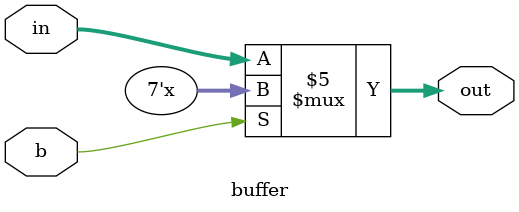
<source format=v>
`timescale 1ns / 1ps
module buffer(in,out,b);
input [6:0] in;
input b;
output [6:0] out;
reg [6:0] out;
initial 
	out=7'bzzzzzzz;
always @(b or in)
	if (b==0) out=in;
	else out=7'bzzzzzzz;

endmodule

</source>
